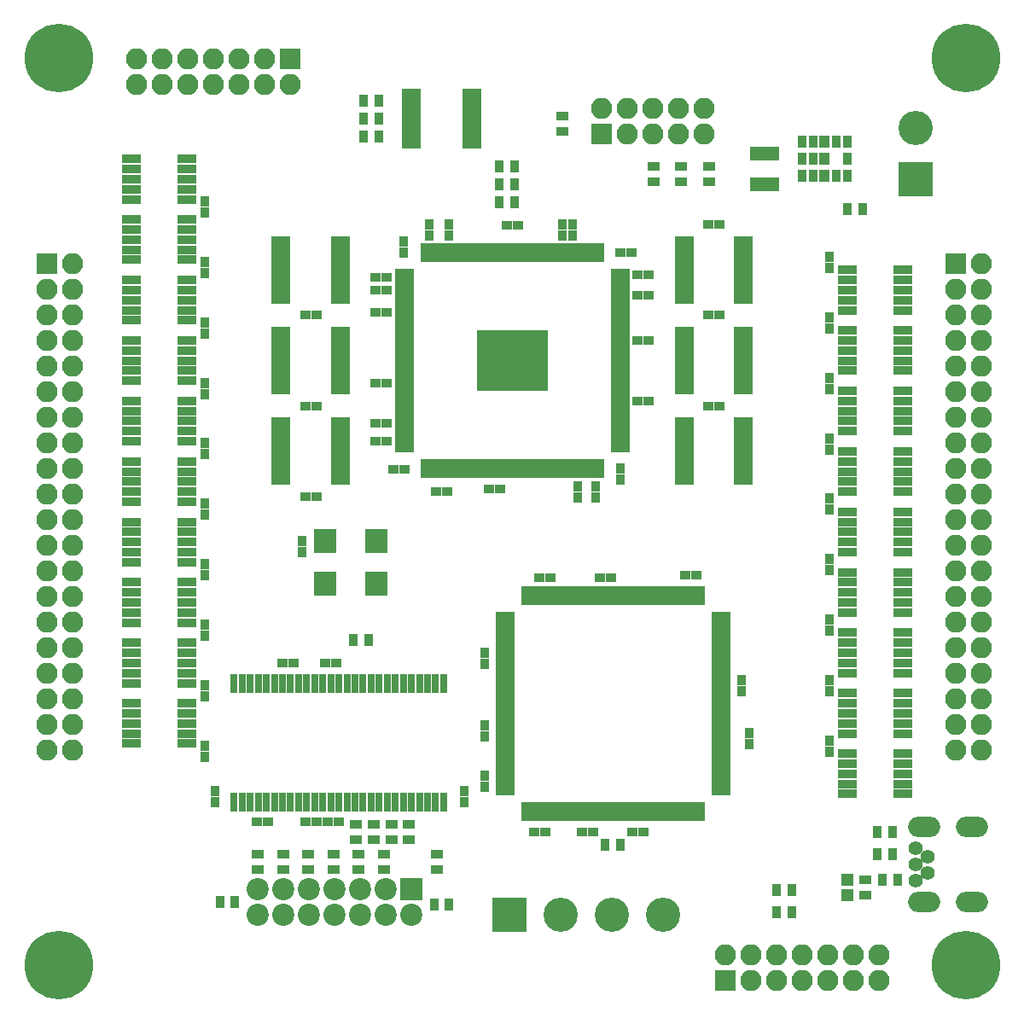
<source format=gts>
G04 #@! TF.FileFunction,Soldermask,Top*
%FSLAX46Y46*%
G04 Gerber Fmt 4.6, Leading zero omitted, Abs format (unit mm)*
G04 Created by KiCad (PCBNEW 4.0.1-stable) date 2017/12/18 12:10:38*
%MOMM*%
G01*
G04 APERTURE LIST*
%ADD10C,0.100000*%
%ADD11R,2.100000X2.100000*%
%ADD12O,2.100000X2.100000*%
%ADD13R,1.850000X0.850000*%
%ADD14R,1.950000X0.700000*%
%ADD15R,0.700000X1.950000*%
%ADD16R,3.700000X3.200000*%
%ADD17R,0.900000X1.300000*%
%ADD18C,3.400000*%
%ADD19R,3.400000X3.400000*%
%ADD20R,0.800000X1.900000*%
%ADD21R,2.200000X2.200000*%
%ADD22C,2.200000*%
%ADD23R,1.900000X0.900000*%
%ADD24R,1.900000X0.700000*%
%ADD25R,1.300000X0.900000*%
%ADD26R,2.200000X2.400000*%
%ADD27C,1.400000*%
%ADD28O,3.200000X2.000000*%
%ADD29R,0.900000X1.000000*%
%ADD30R,1.000000X0.900000*%
%ADD31R,2.900000X1.400000*%
%ADD32R,1.150000X1.200000*%
%ADD33C,6.800000*%
%ADD34R,1.000000X1.300000*%
G04 APERTURE END LIST*
D10*
D11*
X71120000Y-96520000D03*
D12*
X71120000Y-93980000D03*
X73660000Y-96520000D03*
X73660000Y-93980000D03*
X76200000Y-96520000D03*
X76200000Y-93980000D03*
X78740000Y-96520000D03*
X78740000Y-93980000D03*
X81280000Y-96520000D03*
X81280000Y-93980000D03*
X83820000Y-96520000D03*
X83820000Y-93980000D03*
X86360000Y-96520000D03*
X86360000Y-93980000D03*
D13*
X67050000Y-23075000D03*
X67050000Y-23725000D03*
X67050000Y-24375000D03*
X67050000Y-25025000D03*
X67050000Y-25675000D03*
X67050000Y-26325000D03*
X67050000Y-26975000D03*
X67050000Y-27625000D03*
X67050000Y-28275000D03*
X67050000Y-28925000D03*
X72950000Y-28925000D03*
X72950000Y-28275000D03*
X72950000Y-27625000D03*
X72950000Y-26975000D03*
X72950000Y-26325000D03*
X72950000Y-25675000D03*
X72950000Y-25025000D03*
X72950000Y-24375000D03*
X72950000Y-23725000D03*
X72950000Y-23075000D03*
D14*
X39300000Y-26250000D03*
X39300000Y-26750000D03*
X39300000Y-27250000D03*
X39300000Y-27750000D03*
X39300000Y-28250000D03*
X39300000Y-28750000D03*
X39300000Y-29250000D03*
X39300000Y-29750000D03*
X39300000Y-30250000D03*
X39300000Y-30750000D03*
X39300000Y-31250000D03*
X39300000Y-31750000D03*
X39300000Y-32250000D03*
X39300000Y-32750000D03*
X39300000Y-33250000D03*
X39300000Y-33750000D03*
X39300000Y-34250000D03*
X39300000Y-34750000D03*
X39300000Y-35250000D03*
X39300000Y-35750000D03*
X39300000Y-36250000D03*
X39300000Y-36750000D03*
X39300000Y-37250000D03*
X39300000Y-37750000D03*
X39300000Y-38250000D03*
X39300000Y-38750000D03*
X39300000Y-39250000D03*
X39300000Y-39750000D03*
X39300000Y-40250000D03*
X39300000Y-40750000D03*
X39300000Y-41250000D03*
X39300000Y-41750000D03*
X39300000Y-42250000D03*
X39300000Y-42750000D03*
X39300000Y-43250000D03*
X39300000Y-43750000D03*
D15*
X41250000Y-45700000D03*
X41750000Y-45700000D03*
X42250000Y-45700000D03*
X42750000Y-45700000D03*
X43250000Y-45700000D03*
X43750000Y-45700000D03*
X44250000Y-45700000D03*
X44750000Y-45700000D03*
X45250000Y-45700000D03*
X45750000Y-45700000D03*
X46250000Y-45700000D03*
X46750000Y-45700000D03*
X47250000Y-45700000D03*
X47750000Y-45700000D03*
X48250000Y-45700000D03*
X48750000Y-45700000D03*
X49250000Y-45700000D03*
X49750000Y-45700000D03*
X50250000Y-45700000D03*
X50750000Y-45700000D03*
X51250000Y-45700000D03*
X51750000Y-45700000D03*
X52250000Y-45700000D03*
X52750000Y-45700000D03*
X53250000Y-45700000D03*
X53750000Y-45700000D03*
X54250000Y-45700000D03*
X54750000Y-45700000D03*
X55250000Y-45700000D03*
X55750000Y-45700000D03*
X56250000Y-45700000D03*
X56750000Y-45700000D03*
X57250000Y-45700000D03*
X57750000Y-45700000D03*
X58250000Y-45700000D03*
X58750000Y-45700000D03*
D14*
X60700000Y-43750000D03*
X60700000Y-43250000D03*
X60700000Y-42750000D03*
X60700000Y-42250000D03*
X60700000Y-41750000D03*
X60700000Y-41250000D03*
X60700000Y-40750000D03*
X60700000Y-40250000D03*
X60700000Y-39750000D03*
X60700000Y-39250000D03*
X60700000Y-38750000D03*
X60700000Y-38250000D03*
X60700000Y-37750000D03*
X60700000Y-37250000D03*
X60700000Y-36750000D03*
X60700000Y-36250000D03*
X60700000Y-35750000D03*
X60700000Y-35250000D03*
X60700000Y-34750000D03*
X60700000Y-34250000D03*
X60700000Y-33750000D03*
X60700000Y-33250000D03*
X60700000Y-32750000D03*
X60700000Y-32250000D03*
X60700000Y-31750000D03*
X60700000Y-31250000D03*
X60700000Y-30750000D03*
X60700000Y-30250000D03*
X60700000Y-29750000D03*
X60700000Y-29250000D03*
X60700000Y-28750000D03*
X60700000Y-28250000D03*
X60700000Y-27750000D03*
X60700000Y-27250000D03*
X60700000Y-26750000D03*
X60700000Y-26250000D03*
D15*
X58750000Y-24300000D03*
X58250000Y-24300000D03*
X57750000Y-24300000D03*
X57250000Y-24300000D03*
X56750000Y-24300000D03*
X56250000Y-24300000D03*
X55750000Y-24300000D03*
X55250000Y-24300000D03*
X54750000Y-24300000D03*
X54250000Y-24300000D03*
X53750000Y-24300000D03*
X53250000Y-24300000D03*
X52750000Y-24300000D03*
X52250000Y-24300000D03*
X51750000Y-24300000D03*
X51250000Y-24300000D03*
X50750000Y-24300000D03*
X50250000Y-24300000D03*
X49750000Y-24300000D03*
X49250000Y-24300000D03*
X48750000Y-24300000D03*
X48250000Y-24300000D03*
X47750000Y-24300000D03*
X47250000Y-24300000D03*
X46750000Y-24300000D03*
X46250000Y-24300000D03*
X45750000Y-24300000D03*
X45250000Y-24300000D03*
X44750000Y-24300000D03*
X44250000Y-24300000D03*
X43750000Y-24300000D03*
X43250000Y-24300000D03*
X42750000Y-24300000D03*
X42250000Y-24300000D03*
X41750000Y-24300000D03*
X41250000Y-24300000D03*
D16*
X48350000Y-33600000D03*
X51650000Y-33600000D03*
X48350000Y-36400000D03*
X51650000Y-36400000D03*
D17*
X86250000Y-84000000D03*
X87750000Y-84000000D03*
D15*
X51250000Y-79700000D03*
X51750000Y-79700000D03*
X52250000Y-79700000D03*
X52750000Y-79700000D03*
X53250000Y-79700000D03*
X53750000Y-79700000D03*
X54250000Y-79700000D03*
X54750000Y-79700000D03*
X55250000Y-79700000D03*
X55750000Y-79700000D03*
X56250000Y-79700000D03*
X56750000Y-79700000D03*
X57250000Y-79700000D03*
X57750000Y-79700000D03*
X58250000Y-79700000D03*
X58750000Y-79700000D03*
X59250000Y-79700000D03*
X59750000Y-79700000D03*
X60250000Y-79700000D03*
X60750000Y-79700000D03*
X61250000Y-79700000D03*
X61750000Y-79700000D03*
X62250000Y-79700000D03*
X62750000Y-79700000D03*
X63250000Y-79700000D03*
X63750000Y-79700000D03*
X64250000Y-79700000D03*
X64750000Y-79700000D03*
X65250000Y-79700000D03*
X65750000Y-79700000D03*
X66250000Y-79700000D03*
X66750000Y-79700000D03*
X67250000Y-79700000D03*
X67750000Y-79700000D03*
X68250000Y-79700000D03*
X68750000Y-79700000D03*
D14*
X70700000Y-77750000D03*
X70700000Y-77250000D03*
X70700000Y-76750000D03*
X70700000Y-76250000D03*
X70700000Y-75750000D03*
X70700000Y-75250000D03*
X70700000Y-74750000D03*
X70700000Y-74250000D03*
X70700000Y-73750000D03*
X70700000Y-73250000D03*
X70700000Y-72750000D03*
X70700000Y-72250000D03*
X70700000Y-71750000D03*
X70700000Y-71250000D03*
X70700000Y-70750000D03*
X70700000Y-70250000D03*
X70700000Y-69750000D03*
X70700000Y-69250000D03*
X70700000Y-68750000D03*
X70700000Y-68250000D03*
X70700000Y-67750000D03*
X70700000Y-67250000D03*
X70700000Y-66750000D03*
X70700000Y-66250000D03*
X70700000Y-65750000D03*
X70700000Y-65250000D03*
X70700000Y-64750000D03*
X70700000Y-64250000D03*
X70700000Y-63750000D03*
X70700000Y-63250000D03*
X70700000Y-62750000D03*
X70700000Y-62250000D03*
X70700000Y-61750000D03*
X70700000Y-61250000D03*
X70700000Y-60750000D03*
X70700000Y-60250000D03*
D15*
X68750000Y-58300000D03*
X68250000Y-58300000D03*
X67750000Y-58300000D03*
X67250000Y-58300000D03*
X66750000Y-58300000D03*
X66250000Y-58300000D03*
X65750000Y-58300000D03*
X65250000Y-58300000D03*
X64750000Y-58300000D03*
X64250000Y-58300000D03*
X63750000Y-58300000D03*
X63250000Y-58300000D03*
X62750000Y-58300000D03*
X62250000Y-58300000D03*
X61750000Y-58300000D03*
X61250000Y-58300000D03*
X60750000Y-58300000D03*
X60250000Y-58300000D03*
X59750000Y-58300000D03*
X59250000Y-58300000D03*
X58750000Y-58300000D03*
X58250000Y-58300000D03*
X57750000Y-58300000D03*
X57250000Y-58300000D03*
X56750000Y-58300000D03*
X56250000Y-58300000D03*
X55750000Y-58300000D03*
X55250000Y-58300000D03*
X54750000Y-58300000D03*
X54250000Y-58300000D03*
X53750000Y-58300000D03*
X53250000Y-58300000D03*
X52750000Y-58300000D03*
X52250000Y-58300000D03*
X51750000Y-58300000D03*
X51250000Y-58300000D03*
D14*
X49300000Y-60250000D03*
X49300000Y-60750000D03*
X49300000Y-61250000D03*
X49300000Y-61750000D03*
X49300000Y-62250000D03*
X49300000Y-62750000D03*
X49300000Y-63250000D03*
X49300000Y-63750000D03*
X49300000Y-64250000D03*
X49300000Y-64750000D03*
X49300000Y-65250000D03*
X49300000Y-65750000D03*
X49300000Y-66250000D03*
X49300000Y-66750000D03*
X49300000Y-67250000D03*
X49300000Y-67750000D03*
X49300000Y-68250000D03*
X49300000Y-68750000D03*
X49300000Y-69250000D03*
X49300000Y-69750000D03*
X49300000Y-70250000D03*
X49300000Y-70750000D03*
X49300000Y-71250000D03*
X49300000Y-71750000D03*
X49300000Y-72250000D03*
X49300000Y-72750000D03*
X49300000Y-73250000D03*
X49300000Y-73750000D03*
X49300000Y-74250000D03*
X49300000Y-74750000D03*
X49300000Y-75250000D03*
X49300000Y-75750000D03*
X49300000Y-76250000D03*
X49300000Y-76750000D03*
X49300000Y-77250000D03*
X49300000Y-77750000D03*
D18*
X54840000Y-90000000D03*
X59920000Y-90000000D03*
D19*
X49760000Y-90000000D03*
D18*
X65000000Y-90000000D03*
D20*
X22400000Y-78800000D03*
X23200000Y-78800000D03*
X24000000Y-78800000D03*
X24800000Y-78800000D03*
X25600000Y-78800000D03*
X26400000Y-78800000D03*
X27200000Y-78800000D03*
X28000000Y-78800000D03*
X28800000Y-78800000D03*
X29600000Y-78800000D03*
X30400000Y-78800000D03*
X31200000Y-78800000D03*
X32000000Y-78800000D03*
X32800000Y-78800000D03*
X33600000Y-78800000D03*
X34400000Y-78800000D03*
X35200000Y-78800000D03*
X36000000Y-78800000D03*
X36800000Y-78800000D03*
X37600000Y-78800000D03*
X38400000Y-78800000D03*
X39200000Y-78800000D03*
X40000000Y-78800000D03*
X40800000Y-78800000D03*
X41600000Y-78800000D03*
X42400000Y-78800000D03*
X43200000Y-78800000D03*
X43200000Y-67040000D03*
X42400000Y-67040000D03*
X41600000Y-67040000D03*
X40800000Y-67040000D03*
X40000000Y-67040000D03*
X39200000Y-67040000D03*
X38400000Y-67040000D03*
X37600000Y-67040000D03*
X36800000Y-67040000D03*
X36000000Y-67040000D03*
X35200000Y-67040000D03*
X34400000Y-67040000D03*
X33600000Y-67040000D03*
X32800000Y-67040000D03*
X32000000Y-67040000D03*
X31200000Y-67040000D03*
X30400000Y-67040000D03*
X29600000Y-67040000D03*
X28800000Y-67040000D03*
X28000000Y-67040000D03*
X27200000Y-67040000D03*
X26400000Y-67040000D03*
X25600000Y-67040000D03*
X24800000Y-67040000D03*
X24000000Y-67040000D03*
X23200000Y-67040000D03*
X22400000Y-67040000D03*
D21*
X40000000Y-87460000D03*
D22*
X40000000Y-90000000D03*
X37460000Y-87460000D03*
X37460000Y-90000000D03*
X34920000Y-87460000D03*
X34920000Y-90000000D03*
X32380000Y-87460000D03*
X32380000Y-90000000D03*
X29840000Y-87460000D03*
X29840000Y-90000000D03*
X27300000Y-87460000D03*
X27300000Y-90000000D03*
X24760000Y-87460000D03*
X24760000Y-90000000D03*
D23*
X83250000Y-74000000D03*
X83250000Y-75000000D03*
X83250000Y-76000000D03*
X83250000Y-77000000D03*
X83250000Y-78000000D03*
X88750000Y-78000000D03*
X88750000Y-77000000D03*
X88750000Y-76000000D03*
X88750000Y-75000000D03*
X88750000Y-74000000D03*
X83250000Y-68000000D03*
X83250000Y-69000000D03*
X83250000Y-70000000D03*
X83250000Y-71000000D03*
X83250000Y-72000000D03*
X88750000Y-72000000D03*
X88750000Y-71000000D03*
X88750000Y-70000000D03*
X88750000Y-69000000D03*
X88750000Y-68000000D03*
X83250000Y-62000000D03*
X83250000Y-63000000D03*
X83250000Y-64000000D03*
X83250000Y-65000000D03*
X83250000Y-66000000D03*
X88750000Y-66000000D03*
X88750000Y-65000000D03*
X88750000Y-64000000D03*
X88750000Y-63000000D03*
X88750000Y-62000000D03*
X83250000Y-56000000D03*
X83250000Y-57000000D03*
X83250000Y-58000000D03*
X83250000Y-59000000D03*
X83250000Y-60000000D03*
X88750000Y-60000000D03*
X88750000Y-59000000D03*
X88750000Y-58000000D03*
X88750000Y-57000000D03*
X88750000Y-56000000D03*
X83250000Y-50000000D03*
X83250000Y-51000000D03*
X83250000Y-52000000D03*
X83250000Y-53000000D03*
X83250000Y-54000000D03*
X88750000Y-54000000D03*
X88750000Y-53000000D03*
X88750000Y-52000000D03*
X88750000Y-51000000D03*
X88750000Y-50000000D03*
X83250000Y-44000000D03*
X83250000Y-45000000D03*
X83250000Y-46000000D03*
X83250000Y-47000000D03*
X83250000Y-48000000D03*
X88750000Y-48000000D03*
X88750000Y-47000000D03*
X88750000Y-46000000D03*
X88750000Y-45000000D03*
X88750000Y-44000000D03*
X83250000Y-38000000D03*
X83250000Y-39000000D03*
X83250000Y-40000000D03*
X83250000Y-41000000D03*
X83250000Y-42000000D03*
X88750000Y-42000000D03*
X88750000Y-41000000D03*
X88750000Y-40000000D03*
X88750000Y-39000000D03*
X88750000Y-38000000D03*
X83250000Y-32000000D03*
X83250000Y-33000000D03*
X83250000Y-34000000D03*
X83250000Y-35000000D03*
X83250000Y-36000000D03*
X88750000Y-36000000D03*
X88750000Y-35000000D03*
X88750000Y-34000000D03*
X88750000Y-33000000D03*
X88750000Y-32000000D03*
X83250000Y-26000000D03*
X83250000Y-27000000D03*
X83250000Y-28000000D03*
X83250000Y-29000000D03*
X83250000Y-30000000D03*
X88750000Y-30000000D03*
X88750000Y-29000000D03*
X88750000Y-28000000D03*
X88750000Y-27000000D03*
X88750000Y-26000000D03*
D13*
X67050000Y-41075000D03*
X67050000Y-41725000D03*
X67050000Y-42375000D03*
X67050000Y-43025000D03*
X67050000Y-43675000D03*
X67050000Y-44325000D03*
X67050000Y-44975000D03*
X67050000Y-45625000D03*
X67050000Y-46275000D03*
X67050000Y-46925000D03*
X72950000Y-46925000D03*
X72950000Y-46275000D03*
X72950000Y-45625000D03*
X72950000Y-44975000D03*
X72950000Y-44325000D03*
X72950000Y-43675000D03*
X72950000Y-43025000D03*
X72950000Y-42375000D03*
X72950000Y-41725000D03*
X72950000Y-41075000D03*
X67050000Y-32075000D03*
X67050000Y-32725000D03*
X67050000Y-33375000D03*
X67050000Y-34025000D03*
X67050000Y-34675000D03*
X67050000Y-35325000D03*
X67050000Y-35975000D03*
X67050000Y-36625000D03*
X67050000Y-37275000D03*
X67050000Y-37925000D03*
X72950000Y-37925000D03*
X72950000Y-37275000D03*
X72950000Y-36625000D03*
X72950000Y-35975000D03*
X72950000Y-35325000D03*
X72950000Y-34675000D03*
X72950000Y-34025000D03*
X72950000Y-33375000D03*
X72950000Y-32725000D03*
X72950000Y-32075000D03*
D24*
X46000000Y-13600000D03*
X46000000Y-12950000D03*
X46000000Y-12300000D03*
X46000000Y-11650000D03*
X46000000Y-11000000D03*
X46000000Y-10350000D03*
X46000000Y-9700000D03*
X46000000Y-9050000D03*
X46000000Y-8400000D03*
X40000000Y-8400000D03*
X40000000Y-9050000D03*
X40000000Y-9700000D03*
X40000000Y-10350000D03*
X40000000Y-11000000D03*
X40000000Y-11650000D03*
X40000000Y-12300000D03*
X40000000Y-12950000D03*
X40000000Y-13600000D03*
D23*
X17750000Y-73000000D03*
X17750000Y-72000000D03*
X17750000Y-71000000D03*
X17750000Y-70000000D03*
X17750000Y-69000000D03*
X12250000Y-69000000D03*
X12250000Y-70000000D03*
X12250000Y-71000000D03*
X12250000Y-72000000D03*
X12250000Y-73000000D03*
X17750000Y-67000000D03*
X17750000Y-66000000D03*
X17750000Y-65000000D03*
X17750000Y-64000000D03*
X17750000Y-63000000D03*
X12250000Y-63000000D03*
X12250000Y-64000000D03*
X12250000Y-65000000D03*
X12250000Y-66000000D03*
X12250000Y-67000000D03*
X17750000Y-61000000D03*
X17750000Y-60000000D03*
X17750000Y-59000000D03*
X17750000Y-58000000D03*
X17750000Y-57000000D03*
X12250000Y-57000000D03*
X12250000Y-58000000D03*
X12250000Y-59000000D03*
X12250000Y-60000000D03*
X12250000Y-61000000D03*
X17750000Y-55000000D03*
X17750000Y-54000000D03*
X17750000Y-53000000D03*
X17750000Y-52000000D03*
X17750000Y-51000000D03*
X12250000Y-51000000D03*
X12250000Y-52000000D03*
X12250000Y-53000000D03*
X12250000Y-54000000D03*
X12250000Y-55000000D03*
X17750000Y-49000000D03*
X17750000Y-48000000D03*
X17750000Y-47000000D03*
X17750000Y-46000000D03*
X17750000Y-45000000D03*
X12250000Y-45000000D03*
X12250000Y-46000000D03*
X12250000Y-47000000D03*
X12250000Y-48000000D03*
X12250000Y-49000000D03*
X17750000Y-43000000D03*
X17750000Y-42000000D03*
X17750000Y-41000000D03*
X17750000Y-40000000D03*
X17750000Y-39000000D03*
X12250000Y-39000000D03*
X12250000Y-40000000D03*
X12250000Y-41000000D03*
X12250000Y-42000000D03*
X12250000Y-43000000D03*
X17750000Y-37000000D03*
X17750000Y-36000000D03*
X17750000Y-35000000D03*
X17750000Y-34000000D03*
X17750000Y-33000000D03*
X12250000Y-33000000D03*
X12250000Y-34000000D03*
X12250000Y-35000000D03*
X12250000Y-36000000D03*
X12250000Y-37000000D03*
X17750000Y-31000000D03*
X17750000Y-30000000D03*
X17750000Y-29000000D03*
X17750000Y-28000000D03*
X17750000Y-27000000D03*
X12250000Y-27000000D03*
X12250000Y-28000000D03*
X12250000Y-29000000D03*
X12250000Y-30000000D03*
X12250000Y-31000000D03*
X17750000Y-25000000D03*
X17750000Y-24000000D03*
X17750000Y-23000000D03*
X17750000Y-22000000D03*
X17750000Y-21000000D03*
X12250000Y-21000000D03*
X12250000Y-22000000D03*
X12250000Y-23000000D03*
X12250000Y-24000000D03*
X12250000Y-25000000D03*
X17750000Y-19000000D03*
X17750000Y-18000000D03*
X17750000Y-17000000D03*
X17750000Y-16000000D03*
X17750000Y-15000000D03*
X12250000Y-15000000D03*
X12250000Y-16000000D03*
X12250000Y-17000000D03*
X12250000Y-18000000D03*
X12250000Y-19000000D03*
D13*
X32950000Y-28925000D03*
X32950000Y-28275000D03*
X32950000Y-27625000D03*
X32950000Y-26975000D03*
X32950000Y-26325000D03*
X32950000Y-25675000D03*
X32950000Y-25025000D03*
X32950000Y-24375000D03*
X32950000Y-23725000D03*
X32950000Y-23075000D03*
X27050000Y-23075000D03*
X27050000Y-23725000D03*
X27050000Y-24375000D03*
X27050000Y-25025000D03*
X27050000Y-25675000D03*
X27050000Y-26325000D03*
X27050000Y-26975000D03*
X27050000Y-27625000D03*
X27050000Y-28275000D03*
X27050000Y-28925000D03*
X32950000Y-37925000D03*
X32950000Y-37275000D03*
X32950000Y-36625000D03*
X32950000Y-35975000D03*
X32950000Y-35325000D03*
X32950000Y-34675000D03*
X32950000Y-34025000D03*
X32950000Y-33375000D03*
X32950000Y-32725000D03*
X32950000Y-32075000D03*
X27050000Y-32075000D03*
X27050000Y-32725000D03*
X27050000Y-33375000D03*
X27050000Y-34025000D03*
X27050000Y-34675000D03*
X27050000Y-35325000D03*
X27050000Y-35975000D03*
X27050000Y-36625000D03*
X27050000Y-37275000D03*
X27050000Y-37925000D03*
X32950000Y-46925000D03*
X32950000Y-46275000D03*
X32950000Y-45625000D03*
X32950000Y-44975000D03*
X32950000Y-44325000D03*
X32950000Y-43675000D03*
X32950000Y-43025000D03*
X32950000Y-42375000D03*
X32950000Y-41725000D03*
X32950000Y-41075000D03*
X27050000Y-41075000D03*
X27050000Y-41725000D03*
X27050000Y-42375000D03*
X27050000Y-43025000D03*
X27050000Y-43675000D03*
X27050000Y-44325000D03*
X27050000Y-44975000D03*
X27050000Y-45625000D03*
X27050000Y-46275000D03*
X27050000Y-46925000D03*
D17*
X35250000Y-9250000D03*
X36750000Y-9250000D03*
X35250000Y-11000000D03*
X36750000Y-11000000D03*
X35250000Y-12750000D03*
X36750000Y-12750000D03*
X76250000Y-87500000D03*
X77750000Y-87500000D03*
X76250000Y-89750000D03*
X77750000Y-89750000D03*
X48750000Y-15750000D03*
X50250000Y-15750000D03*
X48750000Y-17500000D03*
X50250000Y-17500000D03*
X48750000Y-19250000D03*
X50250000Y-19250000D03*
D25*
X39750000Y-82500000D03*
X39750000Y-81000000D03*
X34500000Y-82500000D03*
X34500000Y-81000000D03*
X36250000Y-82500000D03*
X36250000Y-81000000D03*
D17*
X35750000Y-62750000D03*
X34250000Y-62750000D03*
D25*
X38000000Y-82500000D03*
X38000000Y-81000000D03*
D17*
X59250000Y-83000000D03*
X60750000Y-83000000D03*
X83250000Y-20000000D03*
X84750000Y-20000000D03*
X21000000Y-88750000D03*
X22500000Y-88750000D03*
D25*
X32250000Y-84000000D03*
X32250000Y-85500000D03*
X66750000Y-17250000D03*
X66750000Y-15750000D03*
X24750000Y-84000000D03*
X24750000Y-85500000D03*
X27250000Y-84000000D03*
X27250000Y-85500000D03*
X29750000Y-84000000D03*
X29750000Y-85500000D03*
D17*
X42250000Y-89000000D03*
X43750000Y-89000000D03*
D25*
X34750000Y-84000000D03*
X34750000Y-85500000D03*
X37250000Y-85500000D03*
X37250000Y-84000000D03*
X42500000Y-84000000D03*
X42500000Y-85500000D03*
X85000000Y-86500000D03*
X85000000Y-88000000D03*
D17*
X86250000Y-81750000D03*
X87750000Y-81750000D03*
X86750000Y-86500000D03*
X88250000Y-86500000D03*
D25*
X69500000Y-17250000D03*
X69500000Y-15750000D03*
X64000000Y-17250000D03*
X64000000Y-15750000D03*
X55000000Y-12250000D03*
X55000000Y-10750000D03*
D26*
X31460000Y-57100000D03*
X36540000Y-57100000D03*
X36540000Y-52900000D03*
X31460000Y-52900000D03*
D11*
X93980000Y-25400000D03*
D12*
X96520000Y-25400000D03*
X93980000Y-27940000D03*
X96520000Y-27940000D03*
X93980000Y-30480000D03*
X96520000Y-30480000D03*
X93980000Y-33020000D03*
X96520000Y-33020000D03*
X93980000Y-35560000D03*
X96520000Y-35560000D03*
X93980000Y-38100000D03*
X96520000Y-38100000D03*
X93980000Y-40640000D03*
X96520000Y-40640000D03*
X93980000Y-43180000D03*
X96520000Y-43180000D03*
X93980000Y-45720000D03*
X96520000Y-45720000D03*
X93980000Y-48260000D03*
X96520000Y-48260000D03*
X93980000Y-50800000D03*
X96520000Y-50800000D03*
X93980000Y-53340000D03*
X96520000Y-53340000D03*
X93980000Y-55880000D03*
X96520000Y-55880000D03*
X93980000Y-58420000D03*
X96520000Y-58420000D03*
X93980000Y-60960000D03*
X96520000Y-60960000D03*
X93980000Y-63500000D03*
X96520000Y-63500000D03*
X93980000Y-66040000D03*
X96520000Y-66040000D03*
X93980000Y-68580000D03*
X96520000Y-68580000D03*
X93980000Y-71120000D03*
X96520000Y-71120000D03*
X93980000Y-73660000D03*
X96520000Y-73660000D03*
D11*
X3810000Y-25400000D03*
D12*
X6350000Y-25400000D03*
X3810000Y-27940000D03*
X6350000Y-27940000D03*
X3810000Y-30480000D03*
X6350000Y-30480000D03*
X3810000Y-33020000D03*
X6350000Y-33020000D03*
X3810000Y-35560000D03*
X6350000Y-35560000D03*
X3810000Y-38100000D03*
X6350000Y-38100000D03*
X3810000Y-40640000D03*
X6350000Y-40640000D03*
X3810000Y-43180000D03*
X6350000Y-43180000D03*
X3810000Y-45720000D03*
X6350000Y-45720000D03*
X3810000Y-48260000D03*
X6350000Y-48260000D03*
X3810000Y-50800000D03*
X6350000Y-50800000D03*
X3810000Y-53340000D03*
X6350000Y-53340000D03*
X3810000Y-55880000D03*
X6350000Y-55880000D03*
X3810000Y-58420000D03*
X6350000Y-58420000D03*
X3810000Y-60960000D03*
X6350000Y-60960000D03*
X3810000Y-63500000D03*
X6350000Y-63500000D03*
X3810000Y-66040000D03*
X6350000Y-66040000D03*
X3810000Y-68580000D03*
X6350000Y-68580000D03*
X3810000Y-71120000D03*
X6350000Y-71120000D03*
X3810000Y-73660000D03*
X6350000Y-73660000D03*
D11*
X27940000Y-5080000D03*
D12*
X27940000Y-7620000D03*
X25400000Y-5080000D03*
X25400000Y-7620000D03*
X22860000Y-5080000D03*
X22860000Y-7620000D03*
X20320000Y-5080000D03*
X20320000Y-7620000D03*
X17780000Y-5080000D03*
X17780000Y-7620000D03*
X15240000Y-5080000D03*
X15240000Y-7620000D03*
X12700000Y-5080000D03*
X12700000Y-7620000D03*
D11*
X58840000Y-12540000D03*
D12*
X58840000Y-10000000D03*
X61380000Y-12540000D03*
X61380000Y-10000000D03*
X63920000Y-12540000D03*
X63920000Y-10000000D03*
X66460000Y-12540000D03*
X66460000Y-10000000D03*
X69000000Y-12540000D03*
X69000000Y-10000000D03*
D27*
X90000000Y-86600000D03*
X91200000Y-85800000D03*
X90000000Y-85000000D03*
X91200000Y-84200000D03*
X90000000Y-83400000D03*
D28*
X90900000Y-88700000D03*
X95650000Y-88700000D03*
X90900000Y-81300000D03*
X95650000Y-81300000D03*
D19*
X90000000Y-17000000D03*
D18*
X90000000Y-11920000D03*
D29*
X81500000Y-73800000D03*
X81500000Y-72700000D03*
X81500000Y-67800000D03*
X81500000Y-66700000D03*
X81500000Y-61800000D03*
X81500000Y-60700000D03*
X81500000Y-55800000D03*
X81500000Y-54700000D03*
X81500000Y-49800000D03*
X81500000Y-48700000D03*
X81500000Y-43800000D03*
X81500000Y-42700000D03*
X81500000Y-37800000D03*
X81500000Y-36700000D03*
X81500000Y-31800000D03*
X81500000Y-30700000D03*
X81500000Y-25800000D03*
X81500000Y-24700000D03*
D30*
X70550000Y-39500000D03*
X69450000Y-39500000D03*
X70550000Y-30500000D03*
X69450000Y-30500000D03*
X70550000Y-21500000D03*
X69450000Y-21500000D03*
D29*
X19500000Y-73200000D03*
X19500000Y-74300000D03*
X19500000Y-67200000D03*
X19500000Y-68300000D03*
X19500000Y-61200000D03*
X19500000Y-62300000D03*
X19500000Y-55200000D03*
X19500000Y-56300000D03*
X19500000Y-49200000D03*
X19500000Y-50300000D03*
X19500000Y-43200000D03*
X19500000Y-44300000D03*
X19500000Y-37200000D03*
X19500000Y-38300000D03*
X19500000Y-31200000D03*
X19500000Y-32300000D03*
X19500000Y-25200000D03*
X19500000Y-26300000D03*
X19500000Y-19200000D03*
X19500000Y-20300000D03*
D30*
X29450000Y-30500000D03*
X30550000Y-30500000D03*
X29450000Y-39500000D03*
X30550000Y-39500000D03*
X29450000Y-48500000D03*
X30550000Y-48500000D03*
D29*
X29150000Y-52900000D03*
X29150000Y-54000000D03*
X41750000Y-22550000D03*
X41750000Y-21450000D03*
X43750000Y-22550000D03*
X43750000Y-21450000D03*
D30*
X49450000Y-21600000D03*
X50550000Y-21600000D03*
D29*
X55000000Y-22550000D03*
X55000000Y-21450000D03*
X56000000Y-22550000D03*
X56000000Y-21450000D03*
D30*
X60700000Y-24250000D03*
X61800000Y-24250000D03*
X62450000Y-26500000D03*
X63550000Y-26500000D03*
X62450000Y-28500000D03*
X63550000Y-28500000D03*
X62450000Y-33000000D03*
X63550000Y-33000000D03*
X62450000Y-39000000D03*
X63550000Y-39000000D03*
D29*
X60750000Y-45700000D03*
X60750000Y-46800000D03*
X58250000Y-47450000D03*
X58250000Y-48550000D03*
X56500000Y-47450000D03*
X56500000Y-48550000D03*
D30*
X47700000Y-47750000D03*
X48800000Y-47750000D03*
X42450000Y-48000000D03*
X43550000Y-48000000D03*
X39300000Y-45750000D03*
X38200000Y-45750000D03*
X37550000Y-43000000D03*
X36450000Y-43000000D03*
X37550000Y-41250000D03*
X36450000Y-41250000D03*
X37550000Y-37250000D03*
X36450000Y-37250000D03*
X37550000Y-30250000D03*
X36450000Y-30250000D03*
X37550000Y-28000000D03*
X36450000Y-28000000D03*
X37550000Y-26750000D03*
X36450000Y-26750000D03*
D29*
X39250000Y-24300000D03*
X39250000Y-23200000D03*
D30*
X27200000Y-65000000D03*
X28300000Y-65000000D03*
X31450000Y-65000000D03*
X32550000Y-65000000D03*
D29*
X45250000Y-78800000D03*
X45250000Y-77700000D03*
X20500000Y-78800000D03*
X20500000Y-77700000D03*
X47250000Y-77300000D03*
X47250000Y-76200000D03*
X47250000Y-72300000D03*
X47250000Y-71200000D03*
X47250000Y-65050000D03*
X47250000Y-63950000D03*
D30*
X53800000Y-56500000D03*
X52700000Y-56500000D03*
X59800000Y-56500000D03*
X58700000Y-56500000D03*
X68300000Y-56250000D03*
X67200000Y-56250000D03*
D29*
X72750000Y-66700000D03*
X72750000Y-67800000D03*
X73500000Y-73050000D03*
X73500000Y-71950000D03*
D30*
X61950000Y-81750000D03*
X63050000Y-81750000D03*
X58050000Y-81750000D03*
X56950000Y-81750000D03*
X52150000Y-81750000D03*
X53250000Y-81750000D03*
D31*
X75000000Y-17500000D03*
X75000000Y-14500000D03*
D32*
X83250000Y-88000000D03*
X83250000Y-86500000D03*
D30*
X24700000Y-80750000D03*
X25800000Y-80750000D03*
X29450000Y-80750000D03*
X30550000Y-80750000D03*
X32800000Y-80750000D03*
X31700000Y-80750000D03*
D33*
X5000000Y-5000000D03*
X95000000Y-5000000D03*
X95000000Y-95000000D03*
X5000000Y-95000000D03*
D17*
X83250000Y-13300000D03*
X82150000Y-13300000D03*
D34*
X81000000Y-13300000D03*
D17*
X79850000Y-13300000D03*
X78750000Y-13300000D03*
X78750000Y-15000000D03*
X78750000Y-16700000D03*
X79850000Y-16700000D03*
D34*
X81000000Y-16700000D03*
D17*
X82150000Y-16700000D03*
X83250000Y-16700000D03*
X83250000Y-15000000D03*
D34*
X81000000Y-15000000D03*
D17*
X79850000Y-15000000D03*
M02*

</source>
